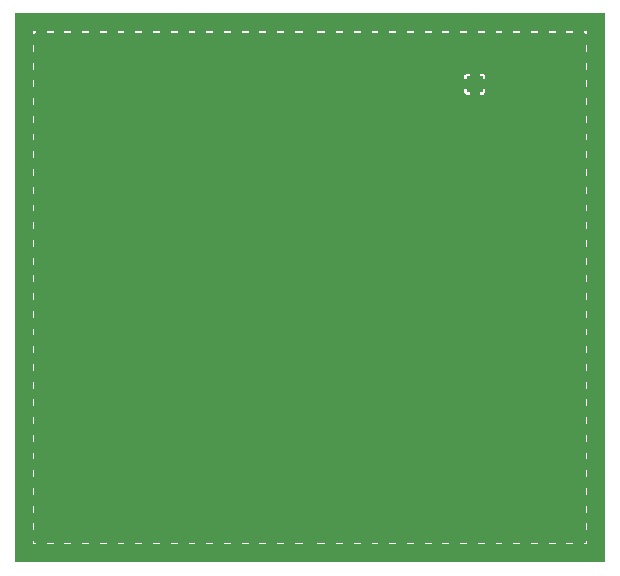
<source format=gbl>
G04 #@! TF.FileFunction,Copper,L2,Bot,Signal*
%FSLAX46Y46*%
G04 Gerber Fmt 4.6, Leading zero omitted, Abs format (unit mm)*
G04 Created by KiCad (PCBNEW (2016-01-30 BZR 6528, Git 351752f)-product) date Thu 07 Jul 2016 01:24:39 AM CEST*
%MOMM*%
G01*
G04 APERTURE LIST*
%ADD10C,0.100000*%
%ADD11R,1.397000X1.397000*%
%ADD12R,1.500000X1.500000*%
%ADD13R,2.000000X1.500000*%
%ADD14C,0.600000*%
%ADD15C,0.170000*%
G04 APERTURE END LIST*
D10*
D11*
X154940000Y-89535000D03*
D12*
X163750000Y-84250000D03*
X162250000Y-84250000D03*
X160750000Y-84250000D03*
X159250000Y-84250000D03*
X157750000Y-84250000D03*
X156250000Y-84250000D03*
X154750000Y-84250000D03*
X153250000Y-84250000D03*
X151750000Y-84250000D03*
X150250000Y-84250000D03*
X148750000Y-84250000D03*
X147250000Y-84250000D03*
X145750000Y-84250000D03*
X144250000Y-84250000D03*
X142750000Y-84250000D03*
X118250000Y-84250000D03*
X119750000Y-84250000D03*
X121250000Y-84250000D03*
X122750000Y-84250000D03*
X124250000Y-84250000D03*
X125750000Y-84250000D03*
X127250000Y-84250000D03*
X128750000Y-84250000D03*
X130250000Y-84250000D03*
X131750000Y-84250000D03*
X133250000Y-84250000D03*
X134750000Y-84250000D03*
X136250000Y-84250000D03*
X137750000Y-84250000D03*
X139250000Y-84250000D03*
D13*
X141000000Y-84250000D03*
D12*
X165250000Y-129250000D03*
X165250000Y-127750000D03*
X165250000Y-126250000D03*
X165250000Y-124750000D03*
X165250000Y-123250000D03*
X165250000Y-121750000D03*
X165250000Y-120250000D03*
X165250000Y-118750000D03*
X165250000Y-117250000D03*
X165250000Y-115750000D03*
X165250000Y-114250000D03*
X165250000Y-112750000D03*
X165250000Y-111250000D03*
X165250000Y-109750000D03*
X165250000Y-108250000D03*
X165250000Y-106750000D03*
X165250000Y-105250000D03*
X165250000Y-103750000D03*
X165250000Y-102250000D03*
X165250000Y-100750000D03*
X165250000Y-99250000D03*
X165250000Y-97750000D03*
X165250000Y-96250000D03*
X165250000Y-94750000D03*
X165250000Y-93250000D03*
X165250000Y-91750000D03*
X165250000Y-90250000D03*
X165250000Y-88750000D03*
X165250000Y-87250000D03*
X165250000Y-85750000D03*
X165250000Y-84250000D03*
X116750000Y-84250000D03*
X116750000Y-85750000D03*
X116750000Y-87250000D03*
X116750000Y-88750000D03*
X116750000Y-90250000D03*
X116750000Y-91750000D03*
X116750000Y-93250000D03*
X116750000Y-94750000D03*
X116750000Y-96250000D03*
X116750000Y-97750000D03*
X116750000Y-99250000D03*
X116750000Y-100750000D03*
X116750000Y-102250000D03*
X116750000Y-103750000D03*
X116750000Y-105250000D03*
X116750000Y-106750000D03*
X116750000Y-108250000D03*
X116750000Y-109750000D03*
X116750000Y-111250000D03*
X116750000Y-112750000D03*
X116750000Y-114250000D03*
X116750000Y-115750000D03*
X116750000Y-117250000D03*
X116750000Y-118750000D03*
X116750000Y-120250000D03*
X116750000Y-121750000D03*
X116750000Y-123250000D03*
X116750000Y-124750000D03*
X116750000Y-126250000D03*
X116750000Y-127750000D03*
X116750000Y-129250000D03*
D13*
X141000000Y-129250000D03*
D12*
X139250000Y-129250000D03*
X137750000Y-129250000D03*
X136250000Y-129250000D03*
X134750000Y-129250000D03*
X133250000Y-129250000D03*
X131750000Y-129250000D03*
X130250000Y-129250000D03*
X128750000Y-129250000D03*
X127250000Y-129250000D03*
X125750000Y-129250000D03*
X124250000Y-129250000D03*
X122750000Y-129250000D03*
X121250000Y-129250000D03*
X119750000Y-129250000D03*
X118250000Y-129250000D03*
X142750000Y-129250000D03*
X144250000Y-129250000D03*
X145750000Y-129250000D03*
X147250000Y-129250000D03*
X148750000Y-129250000D03*
X150250000Y-129250000D03*
X151750000Y-129250000D03*
X153250000Y-129250000D03*
X154750000Y-129250000D03*
X156250000Y-129250000D03*
X157750000Y-129250000D03*
X159250000Y-129250000D03*
X160750000Y-129250000D03*
X162250000Y-129250000D03*
X163750000Y-129250000D03*
D14*
X146050000Y-111125000D03*
X147320000Y-104775000D03*
X144780000Y-104775000D03*
X144780000Y-103505000D03*
X144780000Y-102235000D03*
X146050000Y-102235000D03*
X147320000Y-103505000D03*
X144780000Y-108585000D03*
X144780000Y-109855000D03*
X144780000Y-111125000D03*
X147320000Y-108585000D03*
X147320000Y-109855000D03*
X147320000Y-111125000D03*
X147320000Y-102235000D03*
X133350000Y-118745000D03*
X141605000Y-85725000D03*
X144145000Y-85725000D03*
X147320000Y-99695000D03*
X144780000Y-99695000D03*
X142875000Y-85725000D03*
X146050000Y-99695000D03*
X139065000Y-98425000D03*
X139065000Y-87630000D03*
D15*
G36*
X165650000Y-84625000D02*
X165625000Y-84625000D01*
X165625000Y-85375000D01*
X165650000Y-85375000D01*
X165650000Y-86125000D01*
X165625000Y-86125000D01*
X165625000Y-86875000D01*
X165650000Y-86875000D01*
X165650000Y-87625000D01*
X165625000Y-87625000D01*
X165625000Y-88375000D01*
X165650000Y-88375000D01*
X165650000Y-89125000D01*
X165625000Y-89125000D01*
X165625000Y-89875000D01*
X165650000Y-89875000D01*
X165650000Y-90625000D01*
X165625000Y-90625000D01*
X165625000Y-91375000D01*
X165650000Y-91375000D01*
X165650000Y-92125000D01*
X165625000Y-92125000D01*
X165625000Y-92875000D01*
X165650000Y-92875000D01*
X165650000Y-93625000D01*
X165625000Y-93625000D01*
X165625000Y-94375000D01*
X165650000Y-94375000D01*
X165650000Y-95125000D01*
X165625000Y-95125000D01*
X165625000Y-95875000D01*
X165650000Y-95875000D01*
X165650000Y-96625000D01*
X165625000Y-96625000D01*
X165625000Y-97375000D01*
X165650000Y-97375000D01*
X165650000Y-98125000D01*
X165625000Y-98125000D01*
X165625000Y-98875000D01*
X165650000Y-98875000D01*
X165650000Y-99625000D01*
X165625000Y-99625000D01*
X165625000Y-100375000D01*
X165650000Y-100375000D01*
X165650000Y-101125000D01*
X165625000Y-101125000D01*
X165625000Y-101875000D01*
X165650000Y-101875000D01*
X165650000Y-102625000D01*
X165625000Y-102625000D01*
X165625000Y-103375000D01*
X165650000Y-103375000D01*
X165650000Y-104125000D01*
X165625000Y-104125000D01*
X165625000Y-104875000D01*
X165650000Y-104875000D01*
X165650000Y-105625000D01*
X165625000Y-105625000D01*
X165625000Y-106375000D01*
X165650000Y-106375000D01*
X165650000Y-107125000D01*
X165625000Y-107125000D01*
X165625000Y-107875000D01*
X165650000Y-107875000D01*
X165650000Y-108625000D01*
X165625000Y-108625000D01*
X165625000Y-109375000D01*
X165650000Y-109375000D01*
X165650000Y-110125000D01*
X165625000Y-110125000D01*
X165625000Y-110875000D01*
X165650000Y-110875000D01*
X165650000Y-111625000D01*
X165625000Y-111625000D01*
X165625000Y-112375000D01*
X165650000Y-112375000D01*
X165650000Y-113125000D01*
X165625000Y-113125000D01*
X165625000Y-113875000D01*
X165650000Y-113875000D01*
X165650000Y-114625000D01*
X165625000Y-114625000D01*
X165625000Y-115375000D01*
X165650000Y-115375000D01*
X165650000Y-116125000D01*
X165625000Y-116125000D01*
X165625000Y-116875000D01*
X165650000Y-116875000D01*
X165650000Y-117625000D01*
X165625000Y-117625000D01*
X165625000Y-118375000D01*
X165650000Y-118375000D01*
X165650000Y-119125000D01*
X165625000Y-119125000D01*
X165625000Y-119875000D01*
X165650000Y-119875000D01*
X165650000Y-120625000D01*
X165625000Y-120625000D01*
X165625000Y-121375000D01*
X165650000Y-121375000D01*
X165650000Y-122125000D01*
X165625000Y-122125000D01*
X165625000Y-122875000D01*
X165650000Y-122875000D01*
X165650000Y-123625000D01*
X165625000Y-123625000D01*
X165625000Y-124375000D01*
X165650000Y-124375000D01*
X165650000Y-125125000D01*
X165625000Y-125125000D01*
X165625000Y-125875000D01*
X165650000Y-125875000D01*
X165650000Y-126625000D01*
X165625000Y-126625000D01*
X165625000Y-127375000D01*
X165650000Y-127375000D01*
X165650000Y-128125000D01*
X165625000Y-128125000D01*
X165625000Y-128875000D01*
X165650000Y-128875000D01*
X165650000Y-129455000D01*
X116330000Y-129455000D01*
X116330000Y-128875000D01*
X116375000Y-128875000D01*
X116375000Y-128125000D01*
X117125000Y-128125000D01*
X117125000Y-128875000D01*
X117875000Y-128875000D01*
X117875000Y-128308750D01*
X118625000Y-128308750D01*
X118625000Y-128875000D01*
X119375000Y-128875000D01*
X119375000Y-128308750D01*
X120125000Y-128308750D01*
X120125000Y-128875000D01*
X120875000Y-128875000D01*
X120875000Y-128308750D01*
X121625000Y-128308750D01*
X121625000Y-128875000D01*
X122375000Y-128875000D01*
X122375000Y-128308750D01*
X123125000Y-128308750D01*
X123125000Y-128875000D01*
X123875000Y-128875000D01*
X123875000Y-128308750D01*
X124625000Y-128308750D01*
X124625000Y-128875000D01*
X125375000Y-128875000D01*
X125375000Y-128308750D01*
X126125000Y-128308750D01*
X126125000Y-128875000D01*
X126875000Y-128875000D01*
X126875000Y-128308750D01*
X127625000Y-128308750D01*
X127625000Y-128875000D01*
X128375000Y-128875000D01*
X128375000Y-128308750D01*
X129125000Y-128308750D01*
X129125000Y-128875000D01*
X129875000Y-128875000D01*
X129875000Y-128308750D01*
X130625000Y-128308750D01*
X130625000Y-128875000D01*
X131375000Y-128875000D01*
X131375000Y-128308750D01*
X132125000Y-128308750D01*
X132125000Y-128875000D01*
X132875000Y-128875000D01*
X132875000Y-128308750D01*
X133625000Y-128308750D01*
X133625000Y-128875000D01*
X134375000Y-128875000D01*
X134375000Y-128308750D01*
X135125000Y-128308750D01*
X135125000Y-128875000D01*
X135875000Y-128875000D01*
X135875000Y-128308750D01*
X136625000Y-128308750D01*
X136625000Y-128875000D01*
X137375000Y-128875000D01*
X137375000Y-128308750D01*
X138125000Y-128308750D01*
X138125000Y-128875000D01*
X138875000Y-128875000D01*
X138875000Y-128308750D01*
X139625000Y-128308750D01*
X139625000Y-128875000D01*
X140500000Y-128875000D01*
X140500000Y-128308750D01*
X141500000Y-128308750D01*
X141500000Y-128875000D01*
X142375000Y-128875000D01*
X142375000Y-128308750D01*
X143125000Y-128308750D01*
X143125000Y-128875000D01*
X143875000Y-128875000D01*
X143875000Y-128308750D01*
X144625000Y-128308750D01*
X144625000Y-128875000D01*
X145375000Y-128875000D01*
X145375000Y-128308750D01*
X146125000Y-128308750D01*
X146125000Y-128875000D01*
X146875000Y-128875000D01*
X146875000Y-128308750D01*
X147625000Y-128308750D01*
X147625000Y-128875000D01*
X148375000Y-128875000D01*
X148375000Y-128308750D01*
X149125000Y-128308750D01*
X149125000Y-128875000D01*
X149875000Y-128875000D01*
X149875000Y-128308750D01*
X150625000Y-128308750D01*
X150625000Y-128875000D01*
X151375000Y-128875000D01*
X151375000Y-128308750D01*
X152125000Y-128308750D01*
X152125000Y-128875000D01*
X152875000Y-128875000D01*
X152875000Y-128308750D01*
X153625000Y-128308750D01*
X153625000Y-128875000D01*
X154375000Y-128875000D01*
X154375000Y-128308750D01*
X155125000Y-128308750D01*
X155125000Y-128875000D01*
X155875000Y-128875000D01*
X155875000Y-128308750D01*
X156625000Y-128308750D01*
X156625000Y-128875000D01*
X157375000Y-128875000D01*
X157375000Y-128308750D01*
X158125000Y-128308750D01*
X158125000Y-128875000D01*
X158875000Y-128875000D01*
X158875000Y-128308750D01*
X159625000Y-128308750D01*
X159625000Y-128875000D01*
X160375000Y-128875000D01*
X160375000Y-128308750D01*
X161125000Y-128308750D01*
X161125000Y-128875000D01*
X161875000Y-128875000D01*
X161875000Y-128308750D01*
X162625000Y-128308750D01*
X162625000Y-128875000D01*
X163375000Y-128875000D01*
X163375000Y-128308750D01*
X164125000Y-128308750D01*
X164125000Y-128875000D01*
X164875000Y-128875000D01*
X164875000Y-128125000D01*
X164308750Y-128125000D01*
X164245000Y-128188750D01*
X164245000Y-128245000D01*
X164188750Y-128245000D01*
X164125000Y-128308750D01*
X163375000Y-128308750D01*
X163311250Y-128245000D01*
X162688750Y-128245000D01*
X162625000Y-128308750D01*
X161875000Y-128308750D01*
X161811250Y-128245000D01*
X161188750Y-128245000D01*
X161125000Y-128308750D01*
X160375000Y-128308750D01*
X160311250Y-128245000D01*
X159688750Y-128245000D01*
X159625000Y-128308750D01*
X158875000Y-128308750D01*
X158811250Y-128245000D01*
X158188750Y-128245000D01*
X158125000Y-128308750D01*
X157375000Y-128308750D01*
X157311250Y-128245000D01*
X156688750Y-128245000D01*
X156625000Y-128308750D01*
X155875000Y-128308750D01*
X155811250Y-128245000D01*
X155188750Y-128245000D01*
X155125000Y-128308750D01*
X154375000Y-128308750D01*
X154311250Y-128245000D01*
X153688750Y-128245000D01*
X153625000Y-128308750D01*
X152875000Y-128308750D01*
X152811250Y-128245000D01*
X152188750Y-128245000D01*
X152125000Y-128308750D01*
X151375000Y-128308750D01*
X151311250Y-128245000D01*
X150688750Y-128245000D01*
X150625000Y-128308750D01*
X149875000Y-128308750D01*
X149811250Y-128245000D01*
X149188750Y-128245000D01*
X149125000Y-128308750D01*
X148375000Y-128308750D01*
X148311250Y-128245000D01*
X147688750Y-128245000D01*
X147625000Y-128308750D01*
X146875000Y-128308750D01*
X146811250Y-128245000D01*
X146188750Y-128245000D01*
X146125000Y-128308750D01*
X145375000Y-128308750D01*
X145311250Y-128245000D01*
X144688750Y-128245000D01*
X144625000Y-128308750D01*
X143875000Y-128308750D01*
X143811250Y-128245000D01*
X143188750Y-128245000D01*
X143125000Y-128308750D01*
X142375000Y-128308750D01*
X142311250Y-128245000D01*
X141563750Y-128245000D01*
X141500000Y-128308750D01*
X140500000Y-128308750D01*
X140436250Y-128245000D01*
X139688750Y-128245000D01*
X139625000Y-128308750D01*
X138875000Y-128308750D01*
X138811250Y-128245000D01*
X138188750Y-128245000D01*
X138125000Y-128308750D01*
X137375000Y-128308750D01*
X137311250Y-128245000D01*
X136688750Y-128245000D01*
X136625000Y-128308750D01*
X135875000Y-128308750D01*
X135811250Y-128245000D01*
X135188750Y-128245000D01*
X135125000Y-128308750D01*
X134375000Y-128308750D01*
X134311250Y-128245000D01*
X133688750Y-128245000D01*
X133625000Y-128308750D01*
X132875000Y-128308750D01*
X132811250Y-128245000D01*
X132188750Y-128245000D01*
X132125000Y-128308750D01*
X131375000Y-128308750D01*
X131311250Y-128245000D01*
X130688750Y-128245000D01*
X130625000Y-128308750D01*
X129875000Y-128308750D01*
X129811250Y-128245000D01*
X129188750Y-128245000D01*
X129125000Y-128308750D01*
X128375000Y-128308750D01*
X128311250Y-128245000D01*
X127688750Y-128245000D01*
X127625000Y-128308750D01*
X126875000Y-128308750D01*
X126811250Y-128245000D01*
X126188750Y-128245000D01*
X126125000Y-128308750D01*
X125375000Y-128308750D01*
X125311250Y-128245000D01*
X124688750Y-128245000D01*
X124625000Y-128308750D01*
X123875000Y-128308750D01*
X123811250Y-128245000D01*
X123188750Y-128245000D01*
X123125000Y-128308750D01*
X122375000Y-128308750D01*
X122311250Y-128245000D01*
X121688750Y-128245000D01*
X121625000Y-128308750D01*
X120875000Y-128308750D01*
X120811250Y-128245000D01*
X120188750Y-128245000D01*
X120125000Y-128308750D01*
X119375000Y-128308750D01*
X119311250Y-128245000D01*
X118688750Y-128245000D01*
X118625000Y-128308750D01*
X117875000Y-128308750D01*
X117811250Y-128245000D01*
X117755000Y-128245000D01*
X117755000Y-128188750D01*
X117691250Y-128125000D01*
X117125000Y-128125000D01*
X116375000Y-128125000D01*
X116330000Y-128125000D01*
X116330000Y-127375000D01*
X116375000Y-127375000D01*
X116375000Y-126625000D01*
X117125000Y-126625000D01*
X117125000Y-127375000D01*
X117691250Y-127375000D01*
X117755000Y-127311250D01*
X117755000Y-126688750D01*
X164245000Y-126688750D01*
X164245000Y-127311250D01*
X164308750Y-127375000D01*
X164875000Y-127375000D01*
X164875000Y-126625000D01*
X164308750Y-126625000D01*
X164245000Y-126688750D01*
X117755000Y-126688750D01*
X117691250Y-126625000D01*
X117125000Y-126625000D01*
X116375000Y-126625000D01*
X116330000Y-126625000D01*
X116330000Y-125875000D01*
X116375000Y-125875000D01*
X116375000Y-125125000D01*
X117125000Y-125125000D01*
X117125000Y-125875000D01*
X117691250Y-125875000D01*
X117755000Y-125811250D01*
X117755000Y-125188750D01*
X164245000Y-125188750D01*
X164245000Y-125811250D01*
X164308750Y-125875000D01*
X164875000Y-125875000D01*
X164875000Y-125125000D01*
X164308750Y-125125000D01*
X164245000Y-125188750D01*
X117755000Y-125188750D01*
X117691250Y-125125000D01*
X117125000Y-125125000D01*
X116375000Y-125125000D01*
X116330000Y-125125000D01*
X116330000Y-124375000D01*
X116375000Y-124375000D01*
X116375000Y-123625000D01*
X117125000Y-123625000D01*
X117125000Y-124375000D01*
X117691250Y-124375000D01*
X117755000Y-124311250D01*
X117755000Y-123688750D01*
X164245000Y-123688750D01*
X164245000Y-124311250D01*
X164308750Y-124375000D01*
X164875000Y-124375000D01*
X164875000Y-123625000D01*
X164308750Y-123625000D01*
X164245000Y-123688750D01*
X117755000Y-123688750D01*
X117691250Y-123625000D01*
X117125000Y-123625000D01*
X116375000Y-123625000D01*
X116330000Y-123625000D01*
X116330000Y-122875000D01*
X116375000Y-122875000D01*
X116375000Y-122125000D01*
X117125000Y-122125000D01*
X117125000Y-122875000D01*
X117691250Y-122875000D01*
X117755000Y-122811250D01*
X117755000Y-122188750D01*
X164245000Y-122188750D01*
X164245000Y-122811250D01*
X164308750Y-122875000D01*
X164875000Y-122875000D01*
X164875000Y-122125000D01*
X164308750Y-122125000D01*
X164245000Y-122188750D01*
X117755000Y-122188750D01*
X117691250Y-122125000D01*
X117125000Y-122125000D01*
X116375000Y-122125000D01*
X116330000Y-122125000D01*
X116330000Y-121375000D01*
X116375000Y-121375000D01*
X116375000Y-120625000D01*
X117125000Y-120625000D01*
X117125000Y-121375000D01*
X117691250Y-121375000D01*
X117755000Y-121311250D01*
X117755000Y-120688750D01*
X164245000Y-120688750D01*
X164245000Y-121311250D01*
X164308750Y-121375000D01*
X164875000Y-121375000D01*
X164875000Y-120625000D01*
X164308750Y-120625000D01*
X164245000Y-120688750D01*
X117755000Y-120688750D01*
X117691250Y-120625000D01*
X117125000Y-120625000D01*
X116375000Y-120625000D01*
X116330000Y-120625000D01*
X116330000Y-119875000D01*
X116375000Y-119875000D01*
X116375000Y-119125000D01*
X117125000Y-119125000D01*
X117125000Y-119875000D01*
X117691250Y-119875000D01*
X117755000Y-119811250D01*
X117755000Y-119188750D01*
X164245000Y-119188750D01*
X164245000Y-119811250D01*
X164308750Y-119875000D01*
X164875000Y-119875000D01*
X164875000Y-119125000D01*
X164308750Y-119125000D01*
X164245000Y-119188750D01*
X117755000Y-119188750D01*
X117691250Y-119125000D01*
X117125000Y-119125000D01*
X116375000Y-119125000D01*
X116330000Y-119125000D01*
X116330000Y-118375000D01*
X116375000Y-118375000D01*
X116375000Y-117625000D01*
X117125000Y-117625000D01*
X117125000Y-118375000D01*
X117691250Y-118375000D01*
X117755000Y-118311250D01*
X117755000Y-117688750D01*
X164245000Y-117688750D01*
X164245000Y-118311250D01*
X164308750Y-118375000D01*
X164875000Y-118375000D01*
X164875000Y-117625000D01*
X164308750Y-117625000D01*
X164245000Y-117688750D01*
X117755000Y-117688750D01*
X117691250Y-117625000D01*
X117125000Y-117625000D01*
X116375000Y-117625000D01*
X116330000Y-117625000D01*
X116330000Y-116875000D01*
X116375000Y-116875000D01*
X116375000Y-116125000D01*
X117125000Y-116125000D01*
X117125000Y-116875000D01*
X117691250Y-116875000D01*
X117755000Y-116811250D01*
X117755000Y-116188750D01*
X164245000Y-116188750D01*
X164245000Y-116811250D01*
X164308750Y-116875000D01*
X164875000Y-116875000D01*
X164875000Y-116125000D01*
X164308750Y-116125000D01*
X164245000Y-116188750D01*
X117755000Y-116188750D01*
X117691250Y-116125000D01*
X117125000Y-116125000D01*
X116375000Y-116125000D01*
X116330000Y-116125000D01*
X116330000Y-115375000D01*
X116375000Y-115375000D01*
X116375000Y-114625000D01*
X117125000Y-114625000D01*
X117125000Y-115375000D01*
X117691250Y-115375000D01*
X117755000Y-115311250D01*
X117755000Y-114688750D01*
X164245000Y-114688750D01*
X164245000Y-115311250D01*
X164308750Y-115375000D01*
X164875000Y-115375000D01*
X164875000Y-114625000D01*
X164308750Y-114625000D01*
X164245000Y-114688750D01*
X117755000Y-114688750D01*
X117691250Y-114625000D01*
X117125000Y-114625000D01*
X116375000Y-114625000D01*
X116330000Y-114625000D01*
X116330000Y-113875000D01*
X116375000Y-113875000D01*
X116375000Y-113125000D01*
X117125000Y-113125000D01*
X117125000Y-113875000D01*
X117691250Y-113875000D01*
X117755000Y-113811250D01*
X117755000Y-113188750D01*
X164245000Y-113188750D01*
X164245000Y-113811250D01*
X164308750Y-113875000D01*
X164875000Y-113875000D01*
X164875000Y-113125000D01*
X164308750Y-113125000D01*
X164245000Y-113188750D01*
X117755000Y-113188750D01*
X117691250Y-113125000D01*
X117125000Y-113125000D01*
X116375000Y-113125000D01*
X116330000Y-113125000D01*
X116330000Y-112375000D01*
X116375000Y-112375000D01*
X116375000Y-111625000D01*
X117125000Y-111625000D01*
X117125000Y-112375000D01*
X117691250Y-112375000D01*
X117755000Y-112311250D01*
X117755000Y-111688750D01*
X164245000Y-111688750D01*
X164245000Y-112311250D01*
X164308750Y-112375000D01*
X164875000Y-112375000D01*
X164875000Y-111625000D01*
X164308750Y-111625000D01*
X164245000Y-111688750D01*
X117755000Y-111688750D01*
X117691250Y-111625000D01*
X117125000Y-111625000D01*
X116375000Y-111625000D01*
X116330000Y-111625000D01*
X116330000Y-110875000D01*
X116375000Y-110875000D01*
X116375000Y-110125000D01*
X117125000Y-110125000D01*
X117125000Y-110875000D01*
X117691250Y-110875000D01*
X117755000Y-110811250D01*
X117755000Y-110188750D01*
X164245000Y-110188750D01*
X164245000Y-110811250D01*
X164308750Y-110875000D01*
X164875000Y-110875000D01*
X164875000Y-110125000D01*
X164308750Y-110125000D01*
X164245000Y-110188750D01*
X117755000Y-110188750D01*
X117691250Y-110125000D01*
X117125000Y-110125000D01*
X116375000Y-110125000D01*
X116330000Y-110125000D01*
X116330000Y-109375000D01*
X116375000Y-109375000D01*
X116375000Y-108625000D01*
X117125000Y-108625000D01*
X117125000Y-109375000D01*
X117691250Y-109375000D01*
X117755000Y-109311250D01*
X117755000Y-108688750D01*
X164245000Y-108688750D01*
X164245000Y-109311250D01*
X164308750Y-109375000D01*
X164875000Y-109375000D01*
X164875000Y-108625000D01*
X164308750Y-108625000D01*
X164245000Y-108688750D01*
X117755000Y-108688750D01*
X117691250Y-108625000D01*
X117125000Y-108625000D01*
X116375000Y-108625000D01*
X116330000Y-108625000D01*
X116330000Y-107875000D01*
X116375000Y-107875000D01*
X116375000Y-107125000D01*
X117125000Y-107125000D01*
X117125000Y-107875000D01*
X117691250Y-107875000D01*
X117755000Y-107811250D01*
X117755000Y-107188750D01*
X164245000Y-107188750D01*
X164245000Y-107811250D01*
X164308750Y-107875000D01*
X164875000Y-107875000D01*
X164875000Y-107125000D01*
X164308750Y-107125000D01*
X164245000Y-107188750D01*
X117755000Y-107188750D01*
X117691250Y-107125000D01*
X117125000Y-107125000D01*
X116375000Y-107125000D01*
X116330000Y-107125000D01*
X116330000Y-106375000D01*
X116375000Y-106375000D01*
X116375000Y-105625000D01*
X117125000Y-105625000D01*
X117125000Y-106375000D01*
X117691250Y-106375000D01*
X117755000Y-106311250D01*
X117755000Y-105688750D01*
X164245000Y-105688750D01*
X164245000Y-106311250D01*
X164308750Y-106375000D01*
X164875000Y-106375000D01*
X164875000Y-105625000D01*
X164308750Y-105625000D01*
X164245000Y-105688750D01*
X117755000Y-105688750D01*
X117691250Y-105625000D01*
X117125000Y-105625000D01*
X116375000Y-105625000D01*
X116330000Y-105625000D01*
X116330000Y-104875000D01*
X116375000Y-104875000D01*
X116375000Y-104125000D01*
X117125000Y-104125000D01*
X117125000Y-104875000D01*
X117691250Y-104875000D01*
X117755000Y-104811250D01*
X117755000Y-104188750D01*
X164245000Y-104188750D01*
X164245000Y-104811250D01*
X164308750Y-104875000D01*
X164875000Y-104875000D01*
X164875000Y-104125000D01*
X164308750Y-104125000D01*
X164245000Y-104188750D01*
X117755000Y-104188750D01*
X117691250Y-104125000D01*
X117125000Y-104125000D01*
X116375000Y-104125000D01*
X116330000Y-104125000D01*
X116330000Y-103375000D01*
X116375000Y-103375000D01*
X116375000Y-102625000D01*
X117125000Y-102625000D01*
X117125000Y-103375000D01*
X117691250Y-103375000D01*
X117755000Y-103311250D01*
X117755000Y-102688750D01*
X164245000Y-102688750D01*
X164245000Y-103311250D01*
X164308750Y-103375000D01*
X164875000Y-103375000D01*
X164875000Y-102625000D01*
X164308750Y-102625000D01*
X164245000Y-102688750D01*
X117755000Y-102688750D01*
X117691250Y-102625000D01*
X117125000Y-102625000D01*
X116375000Y-102625000D01*
X116330000Y-102625000D01*
X116330000Y-101875000D01*
X116375000Y-101875000D01*
X116375000Y-101125000D01*
X117125000Y-101125000D01*
X117125000Y-101875000D01*
X117691250Y-101875000D01*
X117755000Y-101811250D01*
X117755000Y-101188750D01*
X164245000Y-101188750D01*
X164245000Y-101811250D01*
X164308750Y-101875000D01*
X164875000Y-101875000D01*
X164875000Y-101125000D01*
X164308750Y-101125000D01*
X164245000Y-101188750D01*
X117755000Y-101188750D01*
X117691250Y-101125000D01*
X117125000Y-101125000D01*
X116375000Y-101125000D01*
X116330000Y-101125000D01*
X116330000Y-100375000D01*
X116375000Y-100375000D01*
X116375000Y-99625000D01*
X117125000Y-99625000D01*
X117125000Y-100375000D01*
X117691250Y-100375000D01*
X117755000Y-100311250D01*
X117755000Y-99688750D01*
X164245000Y-99688750D01*
X164245000Y-100311250D01*
X164308750Y-100375000D01*
X164875000Y-100375000D01*
X164875000Y-99625000D01*
X164308750Y-99625000D01*
X164245000Y-99688750D01*
X117755000Y-99688750D01*
X117691250Y-99625000D01*
X117125000Y-99625000D01*
X116375000Y-99625000D01*
X116330000Y-99625000D01*
X116330000Y-98875000D01*
X116375000Y-98875000D01*
X116375000Y-98125000D01*
X117125000Y-98125000D01*
X117125000Y-98875000D01*
X117691250Y-98875000D01*
X117755000Y-98811250D01*
X117755000Y-98188750D01*
X164245000Y-98188750D01*
X164245000Y-98811250D01*
X164308750Y-98875000D01*
X164875000Y-98875000D01*
X164875000Y-98125000D01*
X164308750Y-98125000D01*
X164245000Y-98188750D01*
X117755000Y-98188750D01*
X117691250Y-98125000D01*
X117125000Y-98125000D01*
X116375000Y-98125000D01*
X116330000Y-98125000D01*
X116330000Y-97375000D01*
X116375000Y-97375000D01*
X116375000Y-96625000D01*
X117125000Y-96625000D01*
X117125000Y-97375000D01*
X117691250Y-97375000D01*
X117755000Y-97311250D01*
X117755000Y-96688750D01*
X164245000Y-96688750D01*
X164245000Y-97311250D01*
X164308750Y-97375000D01*
X164875000Y-97375000D01*
X164875000Y-96625000D01*
X164308750Y-96625000D01*
X164245000Y-96688750D01*
X117755000Y-96688750D01*
X117691250Y-96625000D01*
X117125000Y-96625000D01*
X116375000Y-96625000D01*
X116330000Y-96625000D01*
X116330000Y-95875000D01*
X116375000Y-95875000D01*
X116375000Y-95125000D01*
X117125000Y-95125000D01*
X117125000Y-95875000D01*
X117691250Y-95875000D01*
X117755000Y-95811250D01*
X117755000Y-95188750D01*
X164245000Y-95188750D01*
X164245000Y-95811250D01*
X164308750Y-95875000D01*
X164875000Y-95875000D01*
X164875000Y-95125000D01*
X164308750Y-95125000D01*
X164245000Y-95188750D01*
X117755000Y-95188750D01*
X117691250Y-95125000D01*
X117125000Y-95125000D01*
X116375000Y-95125000D01*
X116330000Y-95125000D01*
X116330000Y-94375000D01*
X116375000Y-94375000D01*
X116375000Y-93625000D01*
X117125000Y-93625000D01*
X117125000Y-94375000D01*
X117691250Y-94375000D01*
X117755000Y-94311250D01*
X117755000Y-93688750D01*
X164245000Y-93688750D01*
X164245000Y-94311250D01*
X164308750Y-94375000D01*
X164875000Y-94375000D01*
X164875000Y-93625000D01*
X164308750Y-93625000D01*
X164245000Y-93688750D01*
X117755000Y-93688750D01*
X117691250Y-93625000D01*
X117125000Y-93625000D01*
X116375000Y-93625000D01*
X116330000Y-93625000D01*
X116330000Y-92875000D01*
X116375000Y-92875000D01*
X116375000Y-92125000D01*
X117125000Y-92125000D01*
X117125000Y-92875000D01*
X117691250Y-92875000D01*
X117755000Y-92811250D01*
X117755000Y-92188750D01*
X164245000Y-92188750D01*
X164245000Y-92811250D01*
X164308750Y-92875000D01*
X164875000Y-92875000D01*
X164875000Y-92125000D01*
X164308750Y-92125000D01*
X164245000Y-92188750D01*
X117755000Y-92188750D01*
X117691250Y-92125000D01*
X117125000Y-92125000D01*
X116375000Y-92125000D01*
X116330000Y-92125000D01*
X116330000Y-91375000D01*
X116375000Y-91375000D01*
X116375000Y-90625000D01*
X117125000Y-90625000D01*
X117125000Y-91375000D01*
X117691250Y-91375000D01*
X117755000Y-91311250D01*
X117755000Y-90688750D01*
X164245000Y-90688750D01*
X164245000Y-91311250D01*
X164308750Y-91375000D01*
X164875000Y-91375000D01*
X164875000Y-90625000D01*
X164308750Y-90625000D01*
X164245000Y-90688750D01*
X117755000Y-90688750D01*
X117691250Y-90625000D01*
X117125000Y-90625000D01*
X116375000Y-90625000D01*
X116330000Y-90625000D01*
X116330000Y-89948000D01*
X153986500Y-89948000D01*
X153986500Y-90284222D01*
X154025321Y-90377946D01*
X154097054Y-90449678D01*
X154190777Y-90488500D01*
X154527000Y-90488500D01*
X154590750Y-90424750D01*
X154590750Y-89884250D01*
X155289250Y-89884250D01*
X155289250Y-90424750D01*
X155353000Y-90488500D01*
X155689223Y-90488500D01*
X155782946Y-90449678D01*
X155854679Y-90377946D01*
X155893500Y-90284222D01*
X155893500Y-89948000D01*
X155829750Y-89884250D01*
X155289250Y-89884250D01*
X154590750Y-89884250D01*
X154050250Y-89884250D01*
X153986500Y-89948000D01*
X116330000Y-89948000D01*
X116330000Y-89875000D01*
X116375000Y-89875000D01*
X116375000Y-89125000D01*
X117125000Y-89125000D01*
X117125000Y-89875000D01*
X117691250Y-89875000D01*
X117755000Y-89811250D01*
X117755000Y-89188750D01*
X164245000Y-89188750D01*
X164245000Y-89811250D01*
X164308750Y-89875000D01*
X164875000Y-89875000D01*
X164875000Y-89125000D01*
X164308750Y-89125000D01*
X164245000Y-89188750D01*
X117755000Y-89188750D01*
X117691250Y-89125000D01*
X117125000Y-89125000D01*
X116375000Y-89125000D01*
X116330000Y-89125000D01*
X116330000Y-88785778D01*
X153986500Y-88785778D01*
X153986500Y-89122000D01*
X154050250Y-89185750D01*
X154590750Y-89185750D01*
X154590750Y-88645250D01*
X155289250Y-88645250D01*
X155289250Y-89185750D01*
X155829750Y-89185750D01*
X155893500Y-89122000D01*
X155893500Y-88785778D01*
X155854679Y-88692054D01*
X155782946Y-88620322D01*
X155689223Y-88581500D01*
X155353000Y-88581500D01*
X155289250Y-88645250D01*
X154590750Y-88645250D01*
X154527000Y-88581500D01*
X154190777Y-88581500D01*
X154097054Y-88620322D01*
X154025321Y-88692054D01*
X153986500Y-88785778D01*
X116330000Y-88785778D01*
X116330000Y-88375000D01*
X116375000Y-88375000D01*
X116375000Y-87625000D01*
X117125000Y-87625000D01*
X117125000Y-88375000D01*
X117691250Y-88375000D01*
X117755000Y-88311250D01*
X117755000Y-87688750D01*
X164245000Y-87688750D01*
X164245000Y-88311250D01*
X164308750Y-88375000D01*
X164875000Y-88375000D01*
X164875000Y-87625000D01*
X164308750Y-87625000D01*
X164245000Y-87688750D01*
X117755000Y-87688750D01*
X117691250Y-87625000D01*
X117125000Y-87625000D01*
X116375000Y-87625000D01*
X116330000Y-87625000D01*
X116330000Y-86875000D01*
X116375000Y-86875000D01*
X116375000Y-86125000D01*
X117125000Y-86125000D01*
X117125000Y-86875000D01*
X117691250Y-86875000D01*
X117755000Y-86811250D01*
X117755000Y-86188750D01*
X164245000Y-86188750D01*
X164245000Y-86811250D01*
X164308750Y-86875000D01*
X164875000Y-86875000D01*
X164875000Y-86125000D01*
X164308750Y-86125000D01*
X164245000Y-86188750D01*
X117755000Y-86188750D01*
X117691250Y-86125000D01*
X117125000Y-86125000D01*
X116375000Y-86125000D01*
X116330000Y-86125000D01*
X116330000Y-85375000D01*
X116375000Y-85375000D01*
X116375000Y-84625000D01*
X117125000Y-84625000D01*
X117125000Y-85375000D01*
X117691250Y-85375000D01*
X117755000Y-85311250D01*
X117755000Y-85255000D01*
X117811250Y-85255000D01*
X117875000Y-85191250D01*
X117875000Y-84625000D01*
X118625000Y-84625000D01*
X118625000Y-85191250D01*
X118688750Y-85255000D01*
X119311250Y-85255000D01*
X119375000Y-85191250D01*
X119375000Y-84625000D01*
X120125000Y-84625000D01*
X120125000Y-85191250D01*
X120188750Y-85255000D01*
X120811250Y-85255000D01*
X120875000Y-85191250D01*
X120875000Y-84625000D01*
X121625000Y-84625000D01*
X121625000Y-85191250D01*
X121688750Y-85255000D01*
X122311250Y-85255000D01*
X122375000Y-85191250D01*
X122375000Y-84625000D01*
X123125000Y-84625000D01*
X123125000Y-85191250D01*
X123188750Y-85255000D01*
X123811250Y-85255000D01*
X123875000Y-85191250D01*
X123875000Y-84625000D01*
X124625000Y-84625000D01*
X124625000Y-85191250D01*
X124688750Y-85255000D01*
X125311250Y-85255000D01*
X125375000Y-85191250D01*
X125375000Y-84625000D01*
X126125000Y-84625000D01*
X126125000Y-85191250D01*
X126188750Y-85255000D01*
X126811250Y-85255000D01*
X126875000Y-85191250D01*
X126875000Y-84625000D01*
X127625000Y-84625000D01*
X127625000Y-85191250D01*
X127688750Y-85255000D01*
X128311250Y-85255000D01*
X128375000Y-85191250D01*
X128375000Y-84625000D01*
X129125000Y-84625000D01*
X129125000Y-85191250D01*
X129188750Y-85255000D01*
X129811250Y-85255000D01*
X129875000Y-85191250D01*
X129875000Y-84625000D01*
X130625000Y-84625000D01*
X130625000Y-85191250D01*
X130688750Y-85255000D01*
X131311250Y-85255000D01*
X131375000Y-85191250D01*
X131375000Y-84625000D01*
X132125000Y-84625000D01*
X132125000Y-85191250D01*
X132188750Y-85255000D01*
X132811250Y-85255000D01*
X132875000Y-85191250D01*
X132875000Y-84625000D01*
X133625000Y-84625000D01*
X133625000Y-85191250D01*
X133688750Y-85255000D01*
X134311250Y-85255000D01*
X134375000Y-85191250D01*
X134375000Y-84625000D01*
X135125000Y-84625000D01*
X135125000Y-85191250D01*
X135188750Y-85255000D01*
X135811250Y-85255000D01*
X135875000Y-85191250D01*
X135875000Y-84625000D01*
X136625000Y-84625000D01*
X136625000Y-85191250D01*
X136688750Y-85255000D01*
X137311250Y-85255000D01*
X137375000Y-85191250D01*
X137375000Y-84625000D01*
X138125000Y-84625000D01*
X138125000Y-85191250D01*
X138188750Y-85255000D01*
X138811250Y-85255000D01*
X138875000Y-85191250D01*
X138875000Y-84625000D01*
X139625000Y-84625000D01*
X139625000Y-85191250D01*
X139688750Y-85255000D01*
X140436250Y-85255000D01*
X140500000Y-85191250D01*
X140500000Y-84625000D01*
X141500000Y-84625000D01*
X141500000Y-85191250D01*
X141563750Y-85255000D01*
X142311250Y-85255000D01*
X142375000Y-85191250D01*
X142375000Y-84625000D01*
X143125000Y-84625000D01*
X143125000Y-85191250D01*
X143188750Y-85255000D01*
X143811250Y-85255000D01*
X143875000Y-85191250D01*
X143875000Y-84625000D01*
X144625000Y-84625000D01*
X144625000Y-85191250D01*
X144688750Y-85255000D01*
X145311250Y-85255000D01*
X145375000Y-85191250D01*
X145375000Y-84625000D01*
X146125000Y-84625000D01*
X146125000Y-85191250D01*
X146188750Y-85255000D01*
X146811250Y-85255000D01*
X146875000Y-85191250D01*
X146875000Y-84625000D01*
X147625000Y-84625000D01*
X147625000Y-85191250D01*
X147688750Y-85255000D01*
X148311250Y-85255000D01*
X148375000Y-85191250D01*
X148375000Y-84625000D01*
X149125000Y-84625000D01*
X149125000Y-85191250D01*
X149188750Y-85255000D01*
X149811250Y-85255000D01*
X149875000Y-85191250D01*
X149875000Y-84625000D01*
X150625000Y-84625000D01*
X150625000Y-85191250D01*
X150688750Y-85255000D01*
X151311250Y-85255000D01*
X151375000Y-85191250D01*
X151375000Y-84625000D01*
X152125000Y-84625000D01*
X152125000Y-85191250D01*
X152188750Y-85255000D01*
X152811250Y-85255000D01*
X152875000Y-85191250D01*
X152875000Y-84625000D01*
X153625000Y-84625000D01*
X153625000Y-85191250D01*
X153688750Y-85255000D01*
X154311250Y-85255000D01*
X154375000Y-85191250D01*
X154375000Y-84625000D01*
X155125000Y-84625000D01*
X155125000Y-85191250D01*
X155188750Y-85255000D01*
X155811250Y-85255000D01*
X155875000Y-85191250D01*
X155875000Y-84625000D01*
X156625000Y-84625000D01*
X156625000Y-85191250D01*
X156688750Y-85255000D01*
X157311250Y-85255000D01*
X157375000Y-85191250D01*
X157375000Y-84625000D01*
X158125000Y-84625000D01*
X158125000Y-85191250D01*
X158188750Y-85255000D01*
X158811250Y-85255000D01*
X158875000Y-85191250D01*
X158875000Y-84625000D01*
X159625000Y-84625000D01*
X159625000Y-85191250D01*
X159688750Y-85255000D01*
X160311250Y-85255000D01*
X160375000Y-85191250D01*
X160375000Y-84625000D01*
X161125000Y-84625000D01*
X161125000Y-85191250D01*
X161188750Y-85255000D01*
X161811250Y-85255000D01*
X161875000Y-85191250D01*
X161875000Y-84625000D01*
X162625000Y-84625000D01*
X162625000Y-85191250D01*
X162688750Y-85255000D01*
X163311250Y-85255000D01*
X163375000Y-85191250D01*
X163375000Y-84625000D01*
X164125000Y-84625000D01*
X164125000Y-85191250D01*
X164188750Y-85255000D01*
X164245000Y-85255000D01*
X164245000Y-85311250D01*
X164308750Y-85375000D01*
X164875000Y-85375000D01*
X164875000Y-84625000D01*
X164125000Y-84625000D01*
X163375000Y-84625000D01*
X162625000Y-84625000D01*
X161875000Y-84625000D01*
X161125000Y-84625000D01*
X160375000Y-84625000D01*
X159625000Y-84625000D01*
X158875000Y-84625000D01*
X158125000Y-84625000D01*
X157375000Y-84625000D01*
X156625000Y-84625000D01*
X155875000Y-84625000D01*
X155125000Y-84625000D01*
X154375000Y-84625000D01*
X153625000Y-84625000D01*
X152875000Y-84625000D01*
X152125000Y-84625000D01*
X151375000Y-84625000D01*
X150625000Y-84625000D01*
X149875000Y-84625000D01*
X149125000Y-84625000D01*
X148375000Y-84625000D01*
X147625000Y-84625000D01*
X146875000Y-84625000D01*
X146125000Y-84625000D01*
X145375000Y-84625000D01*
X144625000Y-84625000D01*
X143875000Y-84625000D01*
X143125000Y-84625000D01*
X142375000Y-84625000D01*
X141500000Y-84625000D01*
X140500000Y-84625000D01*
X139625000Y-84625000D01*
X138875000Y-84625000D01*
X138125000Y-84625000D01*
X137375000Y-84625000D01*
X136625000Y-84625000D01*
X135875000Y-84625000D01*
X135125000Y-84625000D01*
X134375000Y-84625000D01*
X133625000Y-84625000D01*
X132875000Y-84625000D01*
X132125000Y-84625000D01*
X131375000Y-84625000D01*
X130625000Y-84625000D01*
X129875000Y-84625000D01*
X129125000Y-84625000D01*
X128375000Y-84625000D01*
X127625000Y-84625000D01*
X126875000Y-84625000D01*
X126125000Y-84625000D01*
X125375000Y-84625000D01*
X124625000Y-84625000D01*
X123875000Y-84625000D01*
X123125000Y-84625000D01*
X122375000Y-84625000D01*
X121625000Y-84625000D01*
X120875000Y-84625000D01*
X120125000Y-84625000D01*
X119375000Y-84625000D01*
X118625000Y-84625000D01*
X117875000Y-84625000D01*
X117125000Y-84625000D01*
X116375000Y-84625000D01*
X116330000Y-84625000D01*
X116330000Y-83905000D01*
X165650000Y-83905000D01*
X165650000Y-84625000D01*
X165650000Y-84625000D01*
G37*
X165650000Y-84625000D02*
X165625000Y-84625000D01*
X165625000Y-85375000D01*
X165650000Y-85375000D01*
X165650000Y-86125000D01*
X165625000Y-86125000D01*
X165625000Y-86875000D01*
X165650000Y-86875000D01*
X165650000Y-87625000D01*
X165625000Y-87625000D01*
X165625000Y-88375000D01*
X165650000Y-88375000D01*
X165650000Y-89125000D01*
X165625000Y-89125000D01*
X165625000Y-89875000D01*
X165650000Y-89875000D01*
X165650000Y-90625000D01*
X165625000Y-90625000D01*
X165625000Y-91375000D01*
X165650000Y-91375000D01*
X165650000Y-92125000D01*
X165625000Y-92125000D01*
X165625000Y-92875000D01*
X165650000Y-92875000D01*
X165650000Y-93625000D01*
X165625000Y-93625000D01*
X165625000Y-94375000D01*
X165650000Y-94375000D01*
X165650000Y-95125000D01*
X165625000Y-95125000D01*
X165625000Y-95875000D01*
X165650000Y-95875000D01*
X165650000Y-96625000D01*
X165625000Y-96625000D01*
X165625000Y-97375000D01*
X165650000Y-97375000D01*
X165650000Y-98125000D01*
X165625000Y-98125000D01*
X165625000Y-98875000D01*
X165650000Y-98875000D01*
X165650000Y-99625000D01*
X165625000Y-99625000D01*
X165625000Y-100375000D01*
X165650000Y-100375000D01*
X165650000Y-101125000D01*
X165625000Y-101125000D01*
X165625000Y-101875000D01*
X165650000Y-101875000D01*
X165650000Y-102625000D01*
X165625000Y-102625000D01*
X165625000Y-103375000D01*
X165650000Y-103375000D01*
X165650000Y-104125000D01*
X165625000Y-104125000D01*
X165625000Y-104875000D01*
X165650000Y-104875000D01*
X165650000Y-105625000D01*
X165625000Y-105625000D01*
X165625000Y-106375000D01*
X165650000Y-106375000D01*
X165650000Y-107125000D01*
X165625000Y-107125000D01*
X165625000Y-107875000D01*
X165650000Y-107875000D01*
X165650000Y-108625000D01*
X165625000Y-108625000D01*
X165625000Y-109375000D01*
X165650000Y-109375000D01*
X165650000Y-110125000D01*
X165625000Y-110125000D01*
X165625000Y-110875000D01*
X165650000Y-110875000D01*
X165650000Y-111625000D01*
X165625000Y-111625000D01*
X165625000Y-112375000D01*
X165650000Y-112375000D01*
X165650000Y-113125000D01*
X165625000Y-113125000D01*
X165625000Y-113875000D01*
X165650000Y-113875000D01*
X165650000Y-114625000D01*
X165625000Y-114625000D01*
X165625000Y-115375000D01*
X165650000Y-115375000D01*
X165650000Y-116125000D01*
X165625000Y-116125000D01*
X165625000Y-116875000D01*
X165650000Y-116875000D01*
X165650000Y-117625000D01*
X165625000Y-117625000D01*
X165625000Y-118375000D01*
X165650000Y-118375000D01*
X165650000Y-119125000D01*
X165625000Y-119125000D01*
X165625000Y-119875000D01*
X165650000Y-119875000D01*
X165650000Y-120625000D01*
X165625000Y-120625000D01*
X165625000Y-121375000D01*
X165650000Y-121375000D01*
X165650000Y-122125000D01*
X165625000Y-122125000D01*
X165625000Y-122875000D01*
X165650000Y-122875000D01*
X165650000Y-123625000D01*
X165625000Y-123625000D01*
X165625000Y-124375000D01*
X165650000Y-124375000D01*
X165650000Y-125125000D01*
X165625000Y-125125000D01*
X165625000Y-125875000D01*
X165650000Y-125875000D01*
X165650000Y-126625000D01*
X165625000Y-126625000D01*
X165625000Y-127375000D01*
X165650000Y-127375000D01*
X165650000Y-128125000D01*
X165625000Y-128125000D01*
X165625000Y-128875000D01*
X165650000Y-128875000D01*
X165650000Y-129455000D01*
X116330000Y-129455000D01*
X116330000Y-128875000D01*
X116375000Y-128875000D01*
X116375000Y-128125000D01*
X117125000Y-128125000D01*
X117125000Y-128875000D01*
X117875000Y-128875000D01*
X117875000Y-128308750D01*
X118625000Y-128308750D01*
X118625000Y-128875000D01*
X119375000Y-128875000D01*
X119375000Y-128308750D01*
X120125000Y-128308750D01*
X120125000Y-128875000D01*
X120875000Y-128875000D01*
X120875000Y-128308750D01*
X121625000Y-128308750D01*
X121625000Y-128875000D01*
X122375000Y-128875000D01*
X122375000Y-128308750D01*
X123125000Y-128308750D01*
X123125000Y-128875000D01*
X123875000Y-128875000D01*
X123875000Y-128308750D01*
X124625000Y-128308750D01*
X124625000Y-128875000D01*
X125375000Y-128875000D01*
X125375000Y-128308750D01*
X126125000Y-128308750D01*
X126125000Y-128875000D01*
X126875000Y-128875000D01*
X126875000Y-128308750D01*
X127625000Y-128308750D01*
X127625000Y-128875000D01*
X128375000Y-128875000D01*
X128375000Y-128308750D01*
X129125000Y-128308750D01*
X129125000Y-128875000D01*
X129875000Y-128875000D01*
X129875000Y-128308750D01*
X130625000Y-128308750D01*
X130625000Y-128875000D01*
X131375000Y-128875000D01*
X131375000Y-128308750D01*
X132125000Y-128308750D01*
X132125000Y-128875000D01*
X132875000Y-128875000D01*
X132875000Y-128308750D01*
X133625000Y-128308750D01*
X133625000Y-128875000D01*
X134375000Y-128875000D01*
X134375000Y-128308750D01*
X135125000Y-128308750D01*
X135125000Y-128875000D01*
X135875000Y-128875000D01*
X135875000Y-128308750D01*
X136625000Y-128308750D01*
X136625000Y-128875000D01*
X137375000Y-128875000D01*
X137375000Y-128308750D01*
X138125000Y-128308750D01*
X138125000Y-128875000D01*
X138875000Y-128875000D01*
X138875000Y-128308750D01*
X139625000Y-128308750D01*
X139625000Y-128875000D01*
X140500000Y-128875000D01*
X140500000Y-128308750D01*
X141500000Y-128308750D01*
X141500000Y-128875000D01*
X142375000Y-128875000D01*
X142375000Y-128308750D01*
X143125000Y-128308750D01*
X143125000Y-128875000D01*
X143875000Y-128875000D01*
X143875000Y-128308750D01*
X144625000Y-128308750D01*
X144625000Y-128875000D01*
X145375000Y-128875000D01*
X145375000Y-128308750D01*
X146125000Y-128308750D01*
X146125000Y-128875000D01*
X146875000Y-128875000D01*
X146875000Y-128308750D01*
X147625000Y-128308750D01*
X147625000Y-128875000D01*
X148375000Y-128875000D01*
X148375000Y-128308750D01*
X149125000Y-128308750D01*
X149125000Y-128875000D01*
X149875000Y-128875000D01*
X149875000Y-128308750D01*
X150625000Y-128308750D01*
X150625000Y-128875000D01*
X151375000Y-128875000D01*
X151375000Y-128308750D01*
X152125000Y-128308750D01*
X152125000Y-128875000D01*
X152875000Y-128875000D01*
X152875000Y-128308750D01*
X153625000Y-128308750D01*
X153625000Y-128875000D01*
X154375000Y-128875000D01*
X154375000Y-128308750D01*
X155125000Y-128308750D01*
X155125000Y-128875000D01*
X155875000Y-128875000D01*
X155875000Y-128308750D01*
X156625000Y-128308750D01*
X156625000Y-128875000D01*
X157375000Y-128875000D01*
X157375000Y-128308750D01*
X158125000Y-128308750D01*
X158125000Y-128875000D01*
X158875000Y-128875000D01*
X158875000Y-128308750D01*
X159625000Y-128308750D01*
X159625000Y-128875000D01*
X160375000Y-128875000D01*
X160375000Y-128308750D01*
X161125000Y-128308750D01*
X161125000Y-128875000D01*
X161875000Y-128875000D01*
X161875000Y-128308750D01*
X162625000Y-128308750D01*
X162625000Y-128875000D01*
X163375000Y-128875000D01*
X163375000Y-128308750D01*
X164125000Y-128308750D01*
X164125000Y-128875000D01*
X164875000Y-128875000D01*
X164875000Y-128125000D01*
X164308750Y-128125000D01*
X164245000Y-128188750D01*
X164245000Y-128245000D01*
X164188750Y-128245000D01*
X164125000Y-128308750D01*
X163375000Y-128308750D01*
X163311250Y-128245000D01*
X162688750Y-128245000D01*
X162625000Y-128308750D01*
X161875000Y-128308750D01*
X161811250Y-128245000D01*
X161188750Y-128245000D01*
X161125000Y-128308750D01*
X160375000Y-128308750D01*
X160311250Y-128245000D01*
X159688750Y-128245000D01*
X159625000Y-128308750D01*
X158875000Y-128308750D01*
X158811250Y-128245000D01*
X158188750Y-128245000D01*
X158125000Y-128308750D01*
X157375000Y-128308750D01*
X157311250Y-128245000D01*
X156688750Y-128245000D01*
X156625000Y-128308750D01*
X155875000Y-128308750D01*
X155811250Y-128245000D01*
X155188750Y-128245000D01*
X155125000Y-128308750D01*
X154375000Y-128308750D01*
X154311250Y-128245000D01*
X153688750Y-128245000D01*
X153625000Y-128308750D01*
X152875000Y-128308750D01*
X152811250Y-128245000D01*
X152188750Y-128245000D01*
X152125000Y-128308750D01*
X151375000Y-128308750D01*
X151311250Y-128245000D01*
X150688750Y-128245000D01*
X150625000Y-128308750D01*
X149875000Y-128308750D01*
X149811250Y-128245000D01*
X149188750Y-128245000D01*
X149125000Y-128308750D01*
X148375000Y-128308750D01*
X148311250Y-128245000D01*
X147688750Y-128245000D01*
X147625000Y-128308750D01*
X146875000Y-128308750D01*
X146811250Y-128245000D01*
X146188750Y-128245000D01*
X146125000Y-128308750D01*
X145375000Y-128308750D01*
X145311250Y-128245000D01*
X144688750Y-128245000D01*
X144625000Y-128308750D01*
X143875000Y-128308750D01*
X143811250Y-128245000D01*
X143188750Y-128245000D01*
X143125000Y-128308750D01*
X142375000Y-128308750D01*
X142311250Y-128245000D01*
X141563750Y-128245000D01*
X141500000Y-128308750D01*
X140500000Y-128308750D01*
X140436250Y-128245000D01*
X139688750Y-128245000D01*
X139625000Y-128308750D01*
X138875000Y-128308750D01*
X138811250Y-128245000D01*
X138188750Y-128245000D01*
X138125000Y-128308750D01*
X137375000Y-128308750D01*
X137311250Y-128245000D01*
X136688750Y-128245000D01*
X136625000Y-128308750D01*
X135875000Y-128308750D01*
X135811250Y-128245000D01*
X135188750Y-128245000D01*
X135125000Y-128308750D01*
X134375000Y-128308750D01*
X134311250Y-128245000D01*
X133688750Y-128245000D01*
X133625000Y-128308750D01*
X132875000Y-128308750D01*
X132811250Y-128245000D01*
X132188750Y-128245000D01*
X132125000Y-128308750D01*
X131375000Y-128308750D01*
X131311250Y-128245000D01*
X130688750Y-128245000D01*
X130625000Y-128308750D01*
X129875000Y-128308750D01*
X129811250Y-128245000D01*
X129188750Y-128245000D01*
X129125000Y-128308750D01*
X128375000Y-128308750D01*
X128311250Y-128245000D01*
X127688750Y-128245000D01*
X127625000Y-128308750D01*
X126875000Y-128308750D01*
X126811250Y-128245000D01*
X126188750Y-128245000D01*
X126125000Y-128308750D01*
X125375000Y-128308750D01*
X125311250Y-128245000D01*
X124688750Y-128245000D01*
X124625000Y-128308750D01*
X123875000Y-128308750D01*
X123811250Y-128245000D01*
X123188750Y-128245000D01*
X123125000Y-128308750D01*
X122375000Y-128308750D01*
X122311250Y-128245000D01*
X121688750Y-128245000D01*
X121625000Y-128308750D01*
X120875000Y-128308750D01*
X120811250Y-128245000D01*
X120188750Y-128245000D01*
X120125000Y-128308750D01*
X119375000Y-128308750D01*
X119311250Y-128245000D01*
X118688750Y-128245000D01*
X118625000Y-128308750D01*
X117875000Y-128308750D01*
X117811250Y-128245000D01*
X117755000Y-128245000D01*
X117755000Y-128188750D01*
X117691250Y-128125000D01*
X117125000Y-128125000D01*
X116375000Y-128125000D01*
X116330000Y-128125000D01*
X116330000Y-127375000D01*
X116375000Y-127375000D01*
X116375000Y-126625000D01*
X117125000Y-126625000D01*
X117125000Y-127375000D01*
X117691250Y-127375000D01*
X117755000Y-127311250D01*
X117755000Y-126688750D01*
X164245000Y-126688750D01*
X164245000Y-127311250D01*
X164308750Y-127375000D01*
X164875000Y-127375000D01*
X164875000Y-126625000D01*
X164308750Y-126625000D01*
X164245000Y-126688750D01*
X117755000Y-126688750D01*
X117691250Y-126625000D01*
X117125000Y-126625000D01*
X116375000Y-126625000D01*
X116330000Y-126625000D01*
X116330000Y-125875000D01*
X116375000Y-125875000D01*
X116375000Y-125125000D01*
X117125000Y-125125000D01*
X117125000Y-125875000D01*
X117691250Y-125875000D01*
X117755000Y-125811250D01*
X117755000Y-125188750D01*
X164245000Y-125188750D01*
X164245000Y-125811250D01*
X164308750Y-125875000D01*
X164875000Y-125875000D01*
X164875000Y-125125000D01*
X164308750Y-125125000D01*
X164245000Y-125188750D01*
X117755000Y-125188750D01*
X117691250Y-125125000D01*
X117125000Y-125125000D01*
X116375000Y-125125000D01*
X116330000Y-125125000D01*
X116330000Y-124375000D01*
X116375000Y-124375000D01*
X116375000Y-123625000D01*
X117125000Y-123625000D01*
X117125000Y-124375000D01*
X117691250Y-124375000D01*
X117755000Y-124311250D01*
X117755000Y-123688750D01*
X164245000Y-123688750D01*
X164245000Y-124311250D01*
X164308750Y-124375000D01*
X164875000Y-124375000D01*
X164875000Y-123625000D01*
X164308750Y-123625000D01*
X164245000Y-123688750D01*
X117755000Y-123688750D01*
X117691250Y-123625000D01*
X117125000Y-123625000D01*
X116375000Y-123625000D01*
X116330000Y-123625000D01*
X116330000Y-122875000D01*
X116375000Y-122875000D01*
X116375000Y-122125000D01*
X117125000Y-122125000D01*
X117125000Y-122875000D01*
X117691250Y-122875000D01*
X117755000Y-122811250D01*
X117755000Y-122188750D01*
X164245000Y-122188750D01*
X164245000Y-122811250D01*
X164308750Y-122875000D01*
X164875000Y-122875000D01*
X164875000Y-122125000D01*
X164308750Y-122125000D01*
X164245000Y-122188750D01*
X117755000Y-122188750D01*
X117691250Y-122125000D01*
X117125000Y-122125000D01*
X116375000Y-122125000D01*
X116330000Y-122125000D01*
X116330000Y-121375000D01*
X116375000Y-121375000D01*
X116375000Y-120625000D01*
X117125000Y-120625000D01*
X117125000Y-121375000D01*
X117691250Y-121375000D01*
X117755000Y-121311250D01*
X117755000Y-120688750D01*
X164245000Y-120688750D01*
X164245000Y-121311250D01*
X164308750Y-121375000D01*
X164875000Y-121375000D01*
X164875000Y-120625000D01*
X164308750Y-120625000D01*
X164245000Y-120688750D01*
X117755000Y-120688750D01*
X117691250Y-120625000D01*
X117125000Y-120625000D01*
X116375000Y-120625000D01*
X116330000Y-120625000D01*
X116330000Y-119875000D01*
X116375000Y-119875000D01*
X116375000Y-119125000D01*
X117125000Y-119125000D01*
X117125000Y-119875000D01*
X117691250Y-119875000D01*
X117755000Y-119811250D01*
X117755000Y-119188750D01*
X164245000Y-119188750D01*
X164245000Y-119811250D01*
X164308750Y-119875000D01*
X164875000Y-119875000D01*
X164875000Y-119125000D01*
X164308750Y-119125000D01*
X164245000Y-119188750D01*
X117755000Y-119188750D01*
X117691250Y-119125000D01*
X117125000Y-119125000D01*
X116375000Y-119125000D01*
X116330000Y-119125000D01*
X116330000Y-118375000D01*
X116375000Y-118375000D01*
X116375000Y-117625000D01*
X117125000Y-117625000D01*
X117125000Y-118375000D01*
X117691250Y-118375000D01*
X117755000Y-118311250D01*
X117755000Y-117688750D01*
X164245000Y-117688750D01*
X164245000Y-118311250D01*
X164308750Y-118375000D01*
X164875000Y-118375000D01*
X164875000Y-117625000D01*
X164308750Y-117625000D01*
X164245000Y-117688750D01*
X117755000Y-117688750D01*
X117691250Y-117625000D01*
X117125000Y-117625000D01*
X116375000Y-117625000D01*
X116330000Y-117625000D01*
X116330000Y-116875000D01*
X116375000Y-116875000D01*
X116375000Y-116125000D01*
X117125000Y-116125000D01*
X117125000Y-116875000D01*
X117691250Y-116875000D01*
X117755000Y-116811250D01*
X117755000Y-116188750D01*
X164245000Y-116188750D01*
X164245000Y-116811250D01*
X164308750Y-116875000D01*
X164875000Y-116875000D01*
X164875000Y-116125000D01*
X164308750Y-116125000D01*
X164245000Y-116188750D01*
X117755000Y-116188750D01*
X117691250Y-116125000D01*
X117125000Y-116125000D01*
X116375000Y-116125000D01*
X116330000Y-116125000D01*
X116330000Y-115375000D01*
X116375000Y-115375000D01*
X116375000Y-114625000D01*
X117125000Y-114625000D01*
X117125000Y-115375000D01*
X117691250Y-115375000D01*
X117755000Y-115311250D01*
X117755000Y-114688750D01*
X164245000Y-114688750D01*
X164245000Y-115311250D01*
X164308750Y-115375000D01*
X164875000Y-115375000D01*
X164875000Y-114625000D01*
X164308750Y-114625000D01*
X164245000Y-114688750D01*
X117755000Y-114688750D01*
X117691250Y-114625000D01*
X117125000Y-114625000D01*
X116375000Y-114625000D01*
X116330000Y-114625000D01*
X116330000Y-113875000D01*
X116375000Y-113875000D01*
X116375000Y-113125000D01*
X117125000Y-113125000D01*
X117125000Y-113875000D01*
X117691250Y-113875000D01*
X117755000Y-113811250D01*
X117755000Y-113188750D01*
X164245000Y-113188750D01*
X164245000Y-113811250D01*
X164308750Y-113875000D01*
X164875000Y-113875000D01*
X164875000Y-113125000D01*
X164308750Y-113125000D01*
X164245000Y-113188750D01*
X117755000Y-113188750D01*
X117691250Y-113125000D01*
X117125000Y-113125000D01*
X116375000Y-113125000D01*
X116330000Y-113125000D01*
X116330000Y-112375000D01*
X116375000Y-112375000D01*
X116375000Y-111625000D01*
X117125000Y-111625000D01*
X117125000Y-112375000D01*
X117691250Y-112375000D01*
X117755000Y-112311250D01*
X117755000Y-111688750D01*
X164245000Y-111688750D01*
X164245000Y-112311250D01*
X164308750Y-112375000D01*
X164875000Y-112375000D01*
X164875000Y-111625000D01*
X164308750Y-111625000D01*
X164245000Y-111688750D01*
X117755000Y-111688750D01*
X117691250Y-111625000D01*
X117125000Y-111625000D01*
X116375000Y-111625000D01*
X116330000Y-111625000D01*
X116330000Y-110875000D01*
X116375000Y-110875000D01*
X116375000Y-110125000D01*
X117125000Y-110125000D01*
X117125000Y-110875000D01*
X117691250Y-110875000D01*
X117755000Y-110811250D01*
X117755000Y-110188750D01*
X164245000Y-110188750D01*
X164245000Y-110811250D01*
X164308750Y-110875000D01*
X164875000Y-110875000D01*
X164875000Y-110125000D01*
X164308750Y-110125000D01*
X164245000Y-110188750D01*
X117755000Y-110188750D01*
X117691250Y-110125000D01*
X117125000Y-110125000D01*
X116375000Y-110125000D01*
X116330000Y-110125000D01*
X116330000Y-109375000D01*
X116375000Y-109375000D01*
X116375000Y-108625000D01*
X117125000Y-108625000D01*
X117125000Y-109375000D01*
X117691250Y-109375000D01*
X117755000Y-109311250D01*
X117755000Y-108688750D01*
X164245000Y-108688750D01*
X164245000Y-109311250D01*
X164308750Y-109375000D01*
X164875000Y-109375000D01*
X164875000Y-108625000D01*
X164308750Y-108625000D01*
X164245000Y-108688750D01*
X117755000Y-108688750D01*
X117691250Y-108625000D01*
X117125000Y-108625000D01*
X116375000Y-108625000D01*
X116330000Y-108625000D01*
X116330000Y-107875000D01*
X116375000Y-107875000D01*
X116375000Y-107125000D01*
X117125000Y-107125000D01*
X117125000Y-107875000D01*
X117691250Y-107875000D01*
X117755000Y-107811250D01*
X117755000Y-107188750D01*
X164245000Y-107188750D01*
X164245000Y-107811250D01*
X164308750Y-107875000D01*
X164875000Y-107875000D01*
X164875000Y-107125000D01*
X164308750Y-107125000D01*
X164245000Y-107188750D01*
X117755000Y-107188750D01*
X117691250Y-107125000D01*
X117125000Y-107125000D01*
X116375000Y-107125000D01*
X116330000Y-107125000D01*
X116330000Y-106375000D01*
X116375000Y-106375000D01*
X116375000Y-105625000D01*
X117125000Y-105625000D01*
X117125000Y-106375000D01*
X117691250Y-106375000D01*
X117755000Y-106311250D01*
X117755000Y-105688750D01*
X164245000Y-105688750D01*
X164245000Y-106311250D01*
X164308750Y-106375000D01*
X164875000Y-106375000D01*
X164875000Y-105625000D01*
X164308750Y-105625000D01*
X164245000Y-105688750D01*
X117755000Y-105688750D01*
X117691250Y-105625000D01*
X117125000Y-105625000D01*
X116375000Y-105625000D01*
X116330000Y-105625000D01*
X116330000Y-104875000D01*
X116375000Y-104875000D01*
X116375000Y-104125000D01*
X117125000Y-104125000D01*
X117125000Y-104875000D01*
X117691250Y-104875000D01*
X117755000Y-104811250D01*
X117755000Y-104188750D01*
X164245000Y-104188750D01*
X164245000Y-104811250D01*
X164308750Y-104875000D01*
X164875000Y-104875000D01*
X164875000Y-104125000D01*
X164308750Y-104125000D01*
X164245000Y-104188750D01*
X117755000Y-104188750D01*
X117691250Y-104125000D01*
X117125000Y-104125000D01*
X116375000Y-104125000D01*
X116330000Y-104125000D01*
X116330000Y-103375000D01*
X116375000Y-103375000D01*
X116375000Y-102625000D01*
X117125000Y-102625000D01*
X117125000Y-103375000D01*
X117691250Y-103375000D01*
X117755000Y-103311250D01*
X117755000Y-102688750D01*
X164245000Y-102688750D01*
X164245000Y-103311250D01*
X164308750Y-103375000D01*
X164875000Y-103375000D01*
X164875000Y-102625000D01*
X164308750Y-102625000D01*
X164245000Y-102688750D01*
X117755000Y-102688750D01*
X117691250Y-102625000D01*
X117125000Y-102625000D01*
X116375000Y-102625000D01*
X116330000Y-102625000D01*
X116330000Y-101875000D01*
X116375000Y-101875000D01*
X116375000Y-101125000D01*
X117125000Y-101125000D01*
X117125000Y-101875000D01*
X117691250Y-101875000D01*
X117755000Y-101811250D01*
X117755000Y-101188750D01*
X164245000Y-101188750D01*
X164245000Y-101811250D01*
X164308750Y-101875000D01*
X164875000Y-101875000D01*
X164875000Y-101125000D01*
X164308750Y-101125000D01*
X164245000Y-101188750D01*
X117755000Y-101188750D01*
X117691250Y-101125000D01*
X117125000Y-101125000D01*
X116375000Y-101125000D01*
X116330000Y-101125000D01*
X116330000Y-100375000D01*
X116375000Y-100375000D01*
X116375000Y-99625000D01*
X117125000Y-99625000D01*
X117125000Y-100375000D01*
X117691250Y-100375000D01*
X117755000Y-100311250D01*
X117755000Y-99688750D01*
X164245000Y-99688750D01*
X164245000Y-100311250D01*
X164308750Y-100375000D01*
X164875000Y-100375000D01*
X164875000Y-99625000D01*
X164308750Y-99625000D01*
X164245000Y-99688750D01*
X117755000Y-99688750D01*
X117691250Y-99625000D01*
X117125000Y-99625000D01*
X116375000Y-99625000D01*
X116330000Y-99625000D01*
X116330000Y-98875000D01*
X116375000Y-98875000D01*
X116375000Y-98125000D01*
X117125000Y-98125000D01*
X117125000Y-98875000D01*
X117691250Y-98875000D01*
X117755000Y-98811250D01*
X117755000Y-98188750D01*
X164245000Y-98188750D01*
X164245000Y-98811250D01*
X164308750Y-98875000D01*
X164875000Y-98875000D01*
X164875000Y-98125000D01*
X164308750Y-98125000D01*
X164245000Y-98188750D01*
X117755000Y-98188750D01*
X117691250Y-98125000D01*
X117125000Y-98125000D01*
X116375000Y-98125000D01*
X116330000Y-98125000D01*
X116330000Y-97375000D01*
X116375000Y-97375000D01*
X116375000Y-96625000D01*
X117125000Y-96625000D01*
X117125000Y-97375000D01*
X117691250Y-97375000D01*
X117755000Y-97311250D01*
X117755000Y-96688750D01*
X164245000Y-96688750D01*
X164245000Y-97311250D01*
X164308750Y-97375000D01*
X164875000Y-97375000D01*
X164875000Y-96625000D01*
X164308750Y-96625000D01*
X164245000Y-96688750D01*
X117755000Y-96688750D01*
X117691250Y-96625000D01*
X117125000Y-96625000D01*
X116375000Y-96625000D01*
X116330000Y-96625000D01*
X116330000Y-95875000D01*
X116375000Y-95875000D01*
X116375000Y-95125000D01*
X117125000Y-95125000D01*
X117125000Y-95875000D01*
X117691250Y-95875000D01*
X117755000Y-95811250D01*
X117755000Y-95188750D01*
X164245000Y-95188750D01*
X164245000Y-95811250D01*
X164308750Y-95875000D01*
X164875000Y-95875000D01*
X164875000Y-95125000D01*
X164308750Y-95125000D01*
X164245000Y-95188750D01*
X117755000Y-95188750D01*
X117691250Y-95125000D01*
X117125000Y-95125000D01*
X116375000Y-95125000D01*
X116330000Y-95125000D01*
X116330000Y-94375000D01*
X116375000Y-94375000D01*
X116375000Y-93625000D01*
X117125000Y-93625000D01*
X117125000Y-94375000D01*
X117691250Y-94375000D01*
X117755000Y-94311250D01*
X117755000Y-93688750D01*
X164245000Y-93688750D01*
X164245000Y-94311250D01*
X164308750Y-94375000D01*
X164875000Y-94375000D01*
X164875000Y-93625000D01*
X164308750Y-93625000D01*
X164245000Y-93688750D01*
X117755000Y-93688750D01*
X117691250Y-93625000D01*
X117125000Y-93625000D01*
X116375000Y-93625000D01*
X116330000Y-93625000D01*
X116330000Y-92875000D01*
X116375000Y-92875000D01*
X116375000Y-92125000D01*
X117125000Y-92125000D01*
X117125000Y-92875000D01*
X117691250Y-92875000D01*
X117755000Y-92811250D01*
X117755000Y-92188750D01*
X164245000Y-92188750D01*
X164245000Y-92811250D01*
X164308750Y-92875000D01*
X164875000Y-92875000D01*
X164875000Y-92125000D01*
X164308750Y-92125000D01*
X164245000Y-92188750D01*
X117755000Y-92188750D01*
X117691250Y-92125000D01*
X117125000Y-92125000D01*
X116375000Y-92125000D01*
X116330000Y-92125000D01*
X116330000Y-91375000D01*
X116375000Y-91375000D01*
X116375000Y-90625000D01*
X117125000Y-90625000D01*
X117125000Y-91375000D01*
X117691250Y-91375000D01*
X117755000Y-91311250D01*
X117755000Y-90688750D01*
X164245000Y-90688750D01*
X164245000Y-91311250D01*
X164308750Y-91375000D01*
X164875000Y-91375000D01*
X164875000Y-90625000D01*
X164308750Y-90625000D01*
X164245000Y-90688750D01*
X117755000Y-90688750D01*
X117691250Y-90625000D01*
X117125000Y-90625000D01*
X116375000Y-90625000D01*
X116330000Y-90625000D01*
X116330000Y-89948000D01*
X153986500Y-89948000D01*
X153986500Y-90284222D01*
X154025321Y-90377946D01*
X154097054Y-90449678D01*
X154190777Y-90488500D01*
X154527000Y-90488500D01*
X154590750Y-90424750D01*
X154590750Y-89884250D01*
X155289250Y-89884250D01*
X155289250Y-90424750D01*
X155353000Y-90488500D01*
X155689223Y-90488500D01*
X155782946Y-90449678D01*
X155854679Y-90377946D01*
X155893500Y-90284222D01*
X155893500Y-89948000D01*
X155829750Y-89884250D01*
X155289250Y-89884250D01*
X154590750Y-89884250D01*
X154050250Y-89884250D01*
X153986500Y-89948000D01*
X116330000Y-89948000D01*
X116330000Y-89875000D01*
X116375000Y-89875000D01*
X116375000Y-89125000D01*
X117125000Y-89125000D01*
X117125000Y-89875000D01*
X117691250Y-89875000D01*
X117755000Y-89811250D01*
X117755000Y-89188750D01*
X164245000Y-89188750D01*
X164245000Y-89811250D01*
X164308750Y-89875000D01*
X164875000Y-89875000D01*
X164875000Y-89125000D01*
X164308750Y-89125000D01*
X164245000Y-89188750D01*
X117755000Y-89188750D01*
X117691250Y-89125000D01*
X117125000Y-89125000D01*
X116375000Y-89125000D01*
X116330000Y-89125000D01*
X116330000Y-88785778D01*
X153986500Y-88785778D01*
X153986500Y-89122000D01*
X154050250Y-89185750D01*
X154590750Y-89185750D01*
X154590750Y-88645250D01*
X155289250Y-88645250D01*
X155289250Y-89185750D01*
X155829750Y-89185750D01*
X155893500Y-89122000D01*
X155893500Y-88785778D01*
X155854679Y-88692054D01*
X155782946Y-88620322D01*
X155689223Y-88581500D01*
X155353000Y-88581500D01*
X155289250Y-88645250D01*
X154590750Y-88645250D01*
X154527000Y-88581500D01*
X154190777Y-88581500D01*
X154097054Y-88620322D01*
X154025321Y-88692054D01*
X153986500Y-88785778D01*
X116330000Y-88785778D01*
X116330000Y-88375000D01*
X116375000Y-88375000D01*
X116375000Y-87625000D01*
X117125000Y-87625000D01*
X117125000Y-88375000D01*
X117691250Y-88375000D01*
X117755000Y-88311250D01*
X117755000Y-87688750D01*
X164245000Y-87688750D01*
X164245000Y-88311250D01*
X164308750Y-88375000D01*
X164875000Y-88375000D01*
X164875000Y-87625000D01*
X164308750Y-87625000D01*
X164245000Y-87688750D01*
X117755000Y-87688750D01*
X117691250Y-87625000D01*
X117125000Y-87625000D01*
X116375000Y-87625000D01*
X116330000Y-87625000D01*
X116330000Y-86875000D01*
X116375000Y-86875000D01*
X116375000Y-86125000D01*
X117125000Y-86125000D01*
X117125000Y-86875000D01*
X117691250Y-86875000D01*
X117755000Y-86811250D01*
X117755000Y-86188750D01*
X164245000Y-86188750D01*
X164245000Y-86811250D01*
X164308750Y-86875000D01*
X164875000Y-86875000D01*
X164875000Y-86125000D01*
X164308750Y-86125000D01*
X164245000Y-86188750D01*
X117755000Y-86188750D01*
X117691250Y-86125000D01*
X117125000Y-86125000D01*
X116375000Y-86125000D01*
X116330000Y-86125000D01*
X116330000Y-85375000D01*
X116375000Y-85375000D01*
X116375000Y-84625000D01*
X117125000Y-84625000D01*
X117125000Y-85375000D01*
X117691250Y-85375000D01*
X117755000Y-85311250D01*
X117755000Y-85255000D01*
X117811250Y-85255000D01*
X117875000Y-85191250D01*
X117875000Y-84625000D01*
X118625000Y-84625000D01*
X118625000Y-85191250D01*
X118688750Y-85255000D01*
X119311250Y-85255000D01*
X119375000Y-85191250D01*
X119375000Y-84625000D01*
X120125000Y-84625000D01*
X120125000Y-85191250D01*
X120188750Y-85255000D01*
X120811250Y-85255000D01*
X120875000Y-85191250D01*
X120875000Y-84625000D01*
X121625000Y-84625000D01*
X121625000Y-85191250D01*
X121688750Y-85255000D01*
X122311250Y-85255000D01*
X122375000Y-85191250D01*
X122375000Y-84625000D01*
X123125000Y-84625000D01*
X123125000Y-85191250D01*
X123188750Y-85255000D01*
X123811250Y-85255000D01*
X123875000Y-85191250D01*
X123875000Y-84625000D01*
X124625000Y-84625000D01*
X124625000Y-85191250D01*
X124688750Y-85255000D01*
X125311250Y-85255000D01*
X125375000Y-85191250D01*
X125375000Y-84625000D01*
X126125000Y-84625000D01*
X126125000Y-85191250D01*
X126188750Y-85255000D01*
X126811250Y-85255000D01*
X126875000Y-85191250D01*
X126875000Y-84625000D01*
X127625000Y-84625000D01*
X127625000Y-85191250D01*
X127688750Y-85255000D01*
X128311250Y-85255000D01*
X128375000Y-85191250D01*
X128375000Y-84625000D01*
X129125000Y-84625000D01*
X129125000Y-85191250D01*
X129188750Y-85255000D01*
X129811250Y-85255000D01*
X129875000Y-85191250D01*
X129875000Y-84625000D01*
X130625000Y-84625000D01*
X130625000Y-85191250D01*
X130688750Y-85255000D01*
X131311250Y-85255000D01*
X131375000Y-85191250D01*
X131375000Y-84625000D01*
X132125000Y-84625000D01*
X132125000Y-85191250D01*
X132188750Y-85255000D01*
X132811250Y-85255000D01*
X132875000Y-85191250D01*
X132875000Y-84625000D01*
X133625000Y-84625000D01*
X133625000Y-85191250D01*
X133688750Y-85255000D01*
X134311250Y-85255000D01*
X134375000Y-85191250D01*
X134375000Y-84625000D01*
X135125000Y-84625000D01*
X135125000Y-85191250D01*
X135188750Y-85255000D01*
X135811250Y-85255000D01*
X135875000Y-85191250D01*
X135875000Y-84625000D01*
X136625000Y-84625000D01*
X136625000Y-85191250D01*
X136688750Y-85255000D01*
X137311250Y-85255000D01*
X137375000Y-85191250D01*
X137375000Y-84625000D01*
X138125000Y-84625000D01*
X138125000Y-85191250D01*
X138188750Y-85255000D01*
X138811250Y-85255000D01*
X138875000Y-85191250D01*
X138875000Y-84625000D01*
X139625000Y-84625000D01*
X139625000Y-85191250D01*
X139688750Y-85255000D01*
X140436250Y-85255000D01*
X140500000Y-85191250D01*
X140500000Y-84625000D01*
X141500000Y-84625000D01*
X141500000Y-85191250D01*
X141563750Y-85255000D01*
X142311250Y-85255000D01*
X142375000Y-85191250D01*
X142375000Y-84625000D01*
X143125000Y-84625000D01*
X143125000Y-85191250D01*
X143188750Y-85255000D01*
X143811250Y-85255000D01*
X143875000Y-85191250D01*
X143875000Y-84625000D01*
X144625000Y-84625000D01*
X144625000Y-85191250D01*
X144688750Y-85255000D01*
X145311250Y-85255000D01*
X145375000Y-85191250D01*
X145375000Y-84625000D01*
X146125000Y-84625000D01*
X146125000Y-85191250D01*
X146188750Y-85255000D01*
X146811250Y-85255000D01*
X146875000Y-85191250D01*
X146875000Y-84625000D01*
X147625000Y-84625000D01*
X147625000Y-85191250D01*
X147688750Y-85255000D01*
X148311250Y-85255000D01*
X148375000Y-85191250D01*
X148375000Y-84625000D01*
X149125000Y-84625000D01*
X149125000Y-85191250D01*
X149188750Y-85255000D01*
X149811250Y-85255000D01*
X149875000Y-85191250D01*
X149875000Y-84625000D01*
X150625000Y-84625000D01*
X150625000Y-85191250D01*
X150688750Y-85255000D01*
X151311250Y-85255000D01*
X151375000Y-85191250D01*
X151375000Y-84625000D01*
X152125000Y-84625000D01*
X152125000Y-85191250D01*
X152188750Y-85255000D01*
X152811250Y-85255000D01*
X152875000Y-85191250D01*
X152875000Y-84625000D01*
X153625000Y-84625000D01*
X153625000Y-85191250D01*
X153688750Y-85255000D01*
X154311250Y-85255000D01*
X154375000Y-85191250D01*
X154375000Y-84625000D01*
X155125000Y-84625000D01*
X155125000Y-85191250D01*
X155188750Y-85255000D01*
X155811250Y-85255000D01*
X155875000Y-85191250D01*
X155875000Y-84625000D01*
X156625000Y-84625000D01*
X156625000Y-85191250D01*
X156688750Y-85255000D01*
X157311250Y-85255000D01*
X157375000Y-85191250D01*
X157375000Y-84625000D01*
X158125000Y-84625000D01*
X158125000Y-85191250D01*
X158188750Y-85255000D01*
X158811250Y-85255000D01*
X158875000Y-85191250D01*
X158875000Y-84625000D01*
X159625000Y-84625000D01*
X159625000Y-85191250D01*
X159688750Y-85255000D01*
X160311250Y-85255000D01*
X160375000Y-85191250D01*
X160375000Y-84625000D01*
X161125000Y-84625000D01*
X161125000Y-85191250D01*
X161188750Y-85255000D01*
X161811250Y-85255000D01*
X161875000Y-85191250D01*
X161875000Y-84625000D01*
X162625000Y-84625000D01*
X162625000Y-85191250D01*
X162688750Y-85255000D01*
X163311250Y-85255000D01*
X163375000Y-85191250D01*
X163375000Y-84625000D01*
X164125000Y-84625000D01*
X164125000Y-85191250D01*
X164188750Y-85255000D01*
X164245000Y-85255000D01*
X164245000Y-85311250D01*
X164308750Y-85375000D01*
X164875000Y-85375000D01*
X164875000Y-84625000D01*
X164125000Y-84625000D01*
X163375000Y-84625000D01*
X162625000Y-84625000D01*
X161875000Y-84625000D01*
X161125000Y-84625000D01*
X160375000Y-84625000D01*
X159625000Y-84625000D01*
X158875000Y-84625000D01*
X158125000Y-84625000D01*
X157375000Y-84625000D01*
X156625000Y-84625000D01*
X155875000Y-84625000D01*
X155125000Y-84625000D01*
X154375000Y-84625000D01*
X153625000Y-84625000D01*
X152875000Y-84625000D01*
X152125000Y-84625000D01*
X151375000Y-84625000D01*
X150625000Y-84625000D01*
X149875000Y-84625000D01*
X149125000Y-84625000D01*
X148375000Y-84625000D01*
X147625000Y-84625000D01*
X146875000Y-84625000D01*
X146125000Y-84625000D01*
X145375000Y-84625000D01*
X144625000Y-84625000D01*
X143875000Y-84625000D01*
X143125000Y-84625000D01*
X142375000Y-84625000D01*
X141500000Y-84625000D01*
X140500000Y-84625000D01*
X139625000Y-84625000D01*
X138875000Y-84625000D01*
X138125000Y-84625000D01*
X137375000Y-84625000D01*
X136625000Y-84625000D01*
X135875000Y-84625000D01*
X135125000Y-84625000D01*
X134375000Y-84625000D01*
X133625000Y-84625000D01*
X132875000Y-84625000D01*
X132125000Y-84625000D01*
X131375000Y-84625000D01*
X130625000Y-84625000D01*
X129875000Y-84625000D01*
X129125000Y-84625000D01*
X128375000Y-84625000D01*
X127625000Y-84625000D01*
X126875000Y-84625000D01*
X126125000Y-84625000D01*
X125375000Y-84625000D01*
X124625000Y-84625000D01*
X123875000Y-84625000D01*
X123125000Y-84625000D01*
X122375000Y-84625000D01*
X121625000Y-84625000D01*
X120875000Y-84625000D01*
X120125000Y-84625000D01*
X119375000Y-84625000D01*
X118625000Y-84625000D01*
X117875000Y-84625000D01*
X117125000Y-84625000D01*
X116375000Y-84625000D01*
X116330000Y-84625000D01*
X116330000Y-83905000D01*
X165650000Y-83905000D01*
X165650000Y-84625000D01*
M02*

</source>
